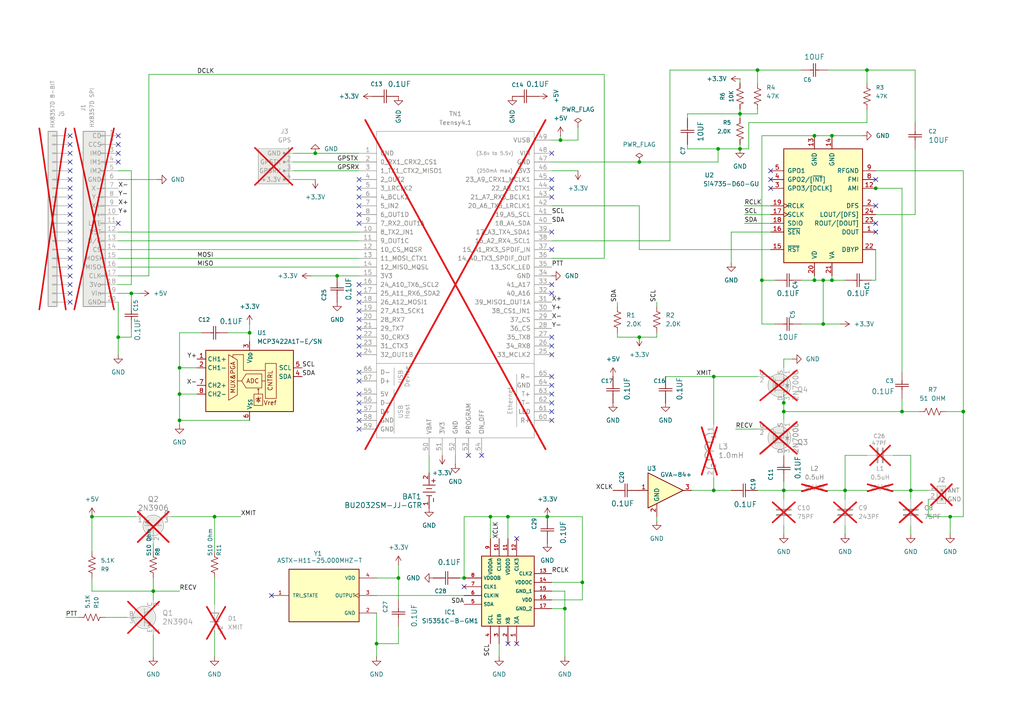
<source format=kicad_sch>
(kicad_sch (version 20231120) (generator "eeschema") (generator_version "8.0")
  (paper "A4")
  (title_block (title "Pocket FT8 Transceiver") (date "2024-07-31") (rev "2.0") (company "KQ7B") (comment 1 "Original design by Charles Hill, Ricardo Caritti, Karlis Goba, Lars Petersen, et al") (comment 2 "https://github.com/conr2286/PocketFT8Xcvr.git"))
  (junction (at 147.32 149.86))
  (junction (at 279.4 119.38))
  (junction (at 227.33 142.24))
  (junction (at 227.33 116.84))
  (junction (at 72.39 96.52))
  (junction (at 115.57 167.64))
  (junction (at 52.07 114.3))
  (junction (at 26.67 149.86))
  (junction (at 207.01 142.24))
  (junction (at 236.22 81.28))
  (junction (at 227.33 119.38))
  (junction (at 185.42 46.99))
  (junction (at 91.44 44.45))
  (junction (at 264.16 142.24))
  (junction (at 109.22 186.69))
  (junction (at 251.46 20.32))
  (junction (at 214.63 43.18))
  (junction (at 62.23 149.86))
  (junction (at 158.75 149.86))
  (junction (at 261.62 119.38))
  (junction (at 97.79 80.01))
  (junction (at 238.76 93.98))
  (junction (at 254 54.61))
  (junction (at 219.71 20.32))
  (junction (at 52.07 106.68))
  (junction (at 220.98 81.28))
  (junction (at 34.29 97.79))
  (junction (at 245.11 142.24))
  (junction (at 44.45 171.45))
  (junction (at 163.83 176.53))
  (junction (at 238.76 81.28))
  (junction (at 185.42 97.79))
  (junction (at 168.91 168.91))
  (junction (at 52.07 121.92))
  (junction (at 214.63 33.02))
  (junction (at 207.01 109.22))
  (junction (at 208.28 43.18))
  (junction (at 241.3 39.37))
  (junction (at 162.56 40.64))
  (junction (at 275.59 149.86))
  (junction (at 142.24 149.86))
  (junction (at 38.1 85.09))
  (junction (at 241.3 81.28))
  (junction (at 236.22 39.37))
  (junction (at 134.62 167.64))
  (no_connect (at 104.14 87.63))
  (no_connect (at 104.14 57.15))
  (no_connect (at 104.14 62.23))
  (no_connect (at 160.02 52.07))
  (no_connect (at 160.02 97.79))
  (no_connect (at 160.02 54.61))
  (no_connect (at 104.14 85.09))
  (no_connect (at 104.14 54.61))
  (no_connect (at 223.52 54.61))
  (no_connect (at 104.14 100.33))
  (no_connect (at 160.02 67.31))
  (no_connect (at 104.14 92.71))
  (no_connect (at 254 52.07))
  (no_connect (at 160.02 116.84))
  (no_connect (at 160.02 100.33))
  (no_connect (at 20.32 41.91))
  (no_connect (at 20.32 62.23))
  (no_connect (at 34.29 64.77))
  (no_connect (at 20.32 85.09))
  (no_connect (at 139.7 132.08))
  (no_connect (at 104.14 95.25))
  (no_connect (at 254 59.69))
  (no_connect (at 160.02 114.3))
  (no_connect (at 20.32 72.39))
  (no_connect (at 104.14 114.3))
  (no_connect (at 20.32 59.69))
  (no_connect (at 104.14 107.95))
  (no_connect (at 104.14 124.46))
  (no_connect (at 104.14 116.84))
  (no_connect (at 160.02 82.55))
  (no_connect (at 20.32 44.45))
  (no_connect (at 34.29 39.37))
  (no_connect (at 104.14 110.49))
  (no_connect (at 160.02 44.45))
  (no_connect (at 78.74 172.72))
  (no_connect (at 20.32 64.77))
  (no_connect (at 34.29 46.99))
  (no_connect (at 20.32 74.93))
  (no_connect (at 20.32 57.15))
  (no_connect (at 160.02 121.92))
  (no_connect (at 20.32 46.99))
  (no_connect (at 147.32 186.69))
  (no_connect (at 104.14 102.87))
  (no_connect (at 20.32 67.31))
  (no_connect (at 104.14 59.69))
  (no_connect (at 20.32 39.37))
  (no_connect (at 254 67.31))
  (no_connect (at 223.52 52.07))
  (no_connect (at 104.14 64.77))
  (no_connect (at 160.02 119.38))
  (no_connect (at 149.86 186.69))
  (no_connect (at 104.14 90.17))
  (no_connect (at 149.86 156.21))
  (no_connect (at 104.14 52.07))
  (no_connect (at 20.32 69.85))
  (no_connect (at 20.32 77.47))
  (no_connect (at 34.29 41.91))
  (no_connect (at 160.02 102.87))
  (no_connect (at 160.02 85.09))
  (no_connect (at 160.02 57.15))
  (no_connect (at 20.32 87.63))
  (no_connect (at 20.32 54.61))
  (no_connect (at 254 64.77))
  (no_connect (at 160.02 111.76))
  (no_connect (at 20.32 49.53))
  (no_connect (at 20.32 52.07))
  (no_connect (at 20.32 80.01))
  (no_connect (at 104.14 82.55))
  (no_connect (at 104.14 97.79))
  (no_connect (at 160.02 72.39))
  (no_connect (at 134.62 170.18))
  (no_connect (at 135.89 132.08))
  (no_connect (at 104.14 121.92))
  (no_connect (at 104.14 119.38))
  (no_connect (at 34.29 44.45))
  (no_connect (at 160.02 109.22))
  (no_connect (at 223.52 49.53))
  (no_connect (at 20.32 82.55))
  (wire (pts (xy 185.42 72.39) (xy 223.52 72.39)))
  (wire (pts (xy 163.83 176.53) (xy 160.02 176.53)))
  (wire (pts (xy 175.26 74.93) (xy 175.26 21.59)))
  (wire (pts (xy 212.09 67.31) (xy 212.09 76.2)))
  (wire (pts (xy 91.44 44.45) (xy 104.14 44.45)))
  (wire (pts (xy 34.29 67.31) (xy 104.14 67.31)))
  (wire (pts (xy 190.5 87.63) (xy 190.5 88.9)))
  (wire (pts (xy 251.46 31.75) (xy 251.46 35.56)))
  (wire (pts (xy 215.9 59.69) (xy 223.52 59.69)))
  (wire (pts (xy 207.01 138.43) (xy 207.01 142.24)))
  (wire (pts (xy 227.33 119.38) (xy 261.62 119.38)))
  (wire (pts (xy 250.19 39.37) (xy 241.3 39.37)))
  (wire (pts (xy 160.02 49.53) (xy 167.64 49.53)))
  (wire (pts (xy 275.59 149.86) (xy 279.4 149.86)))
  (wire (pts (xy 199.39 43.18) (xy 199.39 41.91)))
  (wire (pts (xy 160.02 74.93) (xy 175.26 74.93)))
  (wire (pts (xy 62.23 167.64) (xy 62.23 175.26)))
  (wire (pts (xy 241.3 81.28) (xy 241.3 80.01)))
  (wire (pts (xy 115.57 186.69) (xy 115.57 181.61)))
  (wire (pts (xy 133.35 167.64) (xy 134.62 167.64)))
  (wire (pts (xy 254 81.28) (xy 252.73 81.28)))
  (wire (pts (xy 261.62 54.61) (xy 261.62 107.95)))
  (wire (pts (xy 160.02 168.91) (xy 168.91 168.91)))
  (wire (pts (xy 207.01 109.22) (xy 207.01 123.19)))
  (wire (pts (xy 214.63 33.02) (xy 214.63 34.29)))
  (wire (pts (xy 232.41 93.98) (xy 238.76 93.98)))
  (wire (pts (xy 261.62 119.38) (xy 266.7 119.38)))
  (wire (pts (xy 219.71 20.32) (xy 232.41 20.32)))
  (wire (pts (xy 62.23 149.86) (xy 69.85 149.86)))
  (wire (pts (xy 227.33 104.14) (xy 227.33 106.68)))
  (wire (pts (xy 34.29 97.79) (xy 38.1 97.79)))
  (wire (pts (xy 175.26 21.59) (xy 43.18 21.59)))
  (wire (pts (xy 254 54.61) (xy 261.62 54.61)))
  (wire (pts (xy 185.42 97.79) (xy 190.5 97.79)))
  (wire (pts (xy 134.62 167.64) (xy 134.62 149.86)))
  (wire (pts (xy 34.29 49.53) (xy 38.1 49.53)))
  (wire (pts (xy 85.09 46.99) (xy 104.14 46.99)))
  (wire (pts (xy 58.42 96.52) (xy 52.07 96.52)))
  (wire (pts (xy 215.9 64.77) (xy 223.52 64.77)))
  (wire (pts (xy 185.42 59.69) (xy 185.42 72.39)))
  (wire (pts (xy 259.08 142.24) (xy 264.16 142.24)))
  (wire (pts (xy 240.03 20.32) (xy 251.46 20.32)))
  (wire (pts (xy 227.33 116.84) (xy 227.33 119.38)))
  (wire (pts (xy 261.62 115.57) (xy 261.62 119.38)))
  (wire (pts (xy 259.08 132.08) (xy 264.16 132.08)))
  (wire (pts (xy 238.76 81.28) (xy 236.22 81.28)))
  (wire (pts (xy 269.24 144.78) (xy 269.24 149.86)))
  (wire (pts (xy 45.72 52.07) (xy 34.29 52.07)))
  (wire (pts (xy 160.02 40.64) (xy 162.56 40.64)))
  (wire (pts (xy 85.09 49.53) (xy 104.14 49.53)))
  (wire (pts (xy 264.16 144.78) (xy 264.16 142.24)))
  (wire (pts (xy 214.63 33.02) (xy 219.71 33.02)))
  (wire (pts (xy 52.07 96.52) (xy 52.07 106.68)))
  (wire (pts (xy 220.98 39.37) (xy 220.98 81.28)))
  (wire (pts (xy 43.18 21.59) (xy 43.18 80.01)))
  (wire (pts (xy 185.42 46.99) (xy 208.28 46.99)))
  (wire (pts (xy 241.3 81.28) (xy 238.76 81.28)))
  (wire (pts (xy 217.17 43.18) (xy 214.63 43.18)))
  (wire (pts (xy 245.11 154.94) (xy 245.11 152.4)))
  (wire (pts (xy 162.56 39.37) (xy 162.56 40.64)))
  (wire (pts (xy 52.07 121.92) (xy 72.39 121.92)))
  (wire (pts (xy 160.02 46.99) (xy 185.42 46.99)))
  (wire (pts (xy 214.63 43.18) (xy 208.28 43.18)))
  (wire (pts (xy 85.09 52.07) (xy 91.44 52.07)))
  (wire (pts (xy 207.01 142.24) (xy 212.09 142.24)))
  (wire (pts (xy 279.4 49.53) (xy 279.4 119.38)))
  (wire (pts (xy 264.16 142.24) (xy 269.24 142.24)))
  (wire (pts (xy 190.5 96.52) (xy 190.5 97.79)))
  (wire (pts (xy 251.46 54.61) (xy 254 54.61)))
  (wire (pts (xy 168.91 173.99) (xy 168.91 168.91)))
  (wire (pts (xy 44.45 190.5) (xy 44.45 184.15)))
  (wire (pts (xy 38.1 97.79) (xy 38.1 95.25)))
  (wire (pts (xy 199.39 33.02) (xy 214.63 33.02)))
  (wire (pts (xy 240.03 142.24) (xy 245.11 142.24)))
  (wire (pts (xy 109.22 177.8) (xy 109.22 186.69)))
  (wire (pts (xy 147.32 149.86) (xy 158.75 149.86)))
  (wire (pts (xy 34.29 77.47) (xy 104.14 77.47)))
  (wire (pts (xy 251.46 20.32) (xy 265.43 20.32)))
  (wire (pts (xy 238.76 93.98) (xy 243.84 93.98)))
  (wire (pts (xy 163.83 176.53) (xy 163.83 190.5)))
  (wire (pts (xy 115.57 173.99) (xy 115.57 167.64)))
  (wire (pts (xy 269.24 149.86) (xy 275.59 149.86)))
  (wire (pts (xy 160.02 69.85) (xy 194.31 69.85)))
  (wire (pts (xy 115.57 167.64) (xy 109.22 167.64)))
  (wire (pts (xy 160.02 173.99) (xy 168.91 173.99)))
  (wire (pts (xy 254 72.39) (xy 254 81.28)))
  (wire (pts (xy 245.11 142.24) (xy 251.46 142.24)))
  (wire (pts (xy 134.62 149.86) (xy 142.24 149.86)))
  (wire (pts (xy 44.45 167.64) (xy 44.45 171.45)))
  (wire (pts (xy 26.67 167.64) (xy 26.67 171.45)))
  (wire (pts (xy 245.11 81.28) (xy 241.3 81.28)))
  (wire (pts (xy 193.04 109.22) (xy 207.01 109.22)))
  (wire (pts (xy 220.98 81.28) (xy 224.79 81.28)))
  (wire (pts (xy 49.53 149.86) (xy 62.23 149.86)))
  (wire (pts (xy 144.78 186.69) (xy 144.78 190.5)))
  (wire (pts (xy 26.67 171.45) (xy 44.45 171.45)))
  (wire (pts (xy 274.32 119.38) (xy 279.4 119.38)))
  (wire (pts (xy 213.36 124.46) (xy 219.71 124.46)))
  (wire (pts (xy 254 49.53) (xy 279.4 49.53)))
  (wire (pts (xy 163.83 171.45) (xy 163.83 176.53)))
  (wire (pts (xy 227.33 142.24) (xy 227.33 144.78)))
  (wire (pts (xy 19.05 179.07) (xy 22.86 179.07)))
  (wire (pts (xy 57.15 106.68) (xy 52.07 106.68)))
  (wire (pts (xy 72.39 96.52) (xy 72.39 93.98)))
  (wire (pts (xy 214.63 31.75) (xy 214.63 33.02)))
  (wire (pts (xy 34.29 85.09) (xy 38.1 85.09)))
  (wire (pts (xy 264.16 154.94) (xy 264.16 152.4)))
  (wire (pts (xy 214.63 41.91) (xy 214.63 43.18)))
  (wire (pts (xy 34.29 102.87) (xy 34.29 97.79)))
  (wire (pts (xy 200.66 142.24) (xy 207.01 142.24)))
  (wire (pts (xy 207.01 109.22) (xy 219.71 109.22)))
  (wire (pts (xy 109.22 172.72) (xy 134.62 172.72)))
  (wire (pts (xy 275.59 154.94) (xy 275.59 149.86)))
  (wire (pts (xy 217.17 35.56) (xy 217.17 43.18)))
  (wire (pts (xy 227.33 154.94) (xy 227.33 152.4)))
  (wire (pts (xy 215.9 62.23) (xy 223.52 62.23)))
  (wire (pts (xy 224.79 93.98) (xy 220.98 93.98)))
  (wire (pts (xy 223.52 67.31) (xy 212.09 67.31)))
  (wire (pts (xy 26.67 149.86) (xy 26.67 160.02)))
  (wire (pts (xy 109.22 186.69) (xy 109.22 190.5)))
  (wire (pts (xy 227.33 142.24) (xy 232.41 142.24)))
  (wire (pts (xy 190.5 149.86) (xy 190.5 151.13)))
  (wire (pts (xy 220.98 81.28) (xy 220.98 93.98)))
  (wire (pts (xy 160.02 171.45) (xy 163.83 171.45)))
  (wire (pts (xy 199.39 33.02) (xy 199.39 34.29)))
  (wire (pts (xy 142.24 149.86) (xy 142.24 156.21)))
  (wire (pts (xy 40.64 85.09) (xy 38.1 85.09)))
  (wire (pts (xy 38.1 49.53) (xy 38.1 82.55)))
  (wire (pts (xy 34.29 69.85) (xy 104.14 69.85)))
  (wire (pts (xy 214.63 22.86) (xy 214.63 24.13)))
  (wire (pts (xy 52.07 114.3) (xy 57.15 114.3)))
  (wire (pts (xy 162.56 40.64) (xy 167.64 40.64)))
  (wire (pts (xy 44.45 157.48) (xy 44.45 160.02)))
  (wire (pts (xy 219.71 142.24) (xy 227.33 142.24)))
  (wire (pts (xy 52.07 106.68) (xy 52.07 114.3)))
  (wire (pts (xy 232.41 81.28) (xy 236.22 81.28)))
  (wire (pts (xy 219.71 24.13) (xy 219.71 20.32)))
  (wire (pts (xy 52.07 114.3) (xy 52.07 121.92)))
  (wire (pts (xy 264.16 132.08) (xy 264.16 142.24)))
  (wire (pts (xy 227.33 119.38) (xy 227.33 121.92)))
  (wire (pts (xy 90.17 80.01) (xy 97.79 80.01)))
  (wire (pts (xy 168.91 149.86) (xy 158.75 149.86)))
  (wire (pts (xy 72.39 99.06) (xy 72.39 96.52)))
  (wire (pts (xy 52.07 123.19) (xy 52.07 121.92)))
  (wire (pts (xy 265.43 20.32) (xy 265.43 35.56)))
  (wire (pts (xy 115.57 163.83) (xy 115.57 167.64)))
  (wire (pts (xy 245.11 132.08) (xy 251.46 132.08)))
  (wire (pts (xy 241.3 39.37) (xy 236.22 39.37)))
  (wire (pts (xy 220.98 39.37) (xy 236.22 39.37)))
  (wire (pts (xy 236.22 81.28) (xy 236.22 80.01)))
  (wire (pts (xy 26.67 149.86) (xy 39.37 149.86)))
  (wire (pts (xy 97.79 80.01) (xy 104.14 80.01)))
  (wire (pts (xy 44.45 171.45) (xy 52.07 171.45)))
  (wire (pts (xy 109.22 186.69) (xy 115.57 186.69)))
  (wire (pts (xy 208.28 43.18) (xy 199.39 43.18)))
  (wire (pts (xy 194.31 69.85) (xy 194.31 20.32)))
  (wire (pts (xy 30.48 179.07) (xy 36.83 179.07)))
  (wire (pts (xy 147.32 149.86) (xy 147.32 156.21)))
  (wire (pts (xy 227.33 114.3) (xy 227.33 116.84)))
  (wire (pts (xy 44.45 171.45) (xy 44.45 173.99)))
  (wire (pts (xy 38.1 85.09) (xy 38.1 87.63)))
  (wire (pts (xy 124.46 137.16) (xy 124.46 132.08)))
  (wire (pts (xy 245.11 144.78) (xy 245.11 142.24)))
  (wire (pts (xy 167.64 40.64) (xy 167.64 36.83)))
  (wire (pts (xy 251.46 35.56) (xy 217.17 35.56)))
  (wire (pts (xy 179.07 97.79) (xy 185.42 97.79)))
  (wire (pts (xy 132.08 134.62) (xy 132.08 132.08)))
  (wire (pts (xy 179.07 97.79) (xy 179.07 96.52)))
  (wire (pts (xy 160.02 59.69) (xy 185.42 59.69)))
  (wire (pts (xy 179.07 87.63) (xy 179.07 88.9)))
  (wire (pts (xy 34.29 74.93) (xy 104.14 74.93)))
  (wire (pts (xy 142.24 149.86) (xy 147.32 149.86)))
  (wire (pts (xy 254 62.23) (xy 265.43 62.23)))
  (wire (pts (xy 62.23 149.86) (xy 62.23 160.02)))
  (wire (pts (xy 34.29 72.39) (xy 104.14 72.39)))
  (wire (pts (xy 34.29 80.01) (xy 43.18 80.01)))
  (wire (pts (xy 279.4 119.38) (xy 279.4 149.86)))
  (wire (pts (xy 194.31 20.32) (xy 219.71 20.32)))
  (wire (pts (xy 227.33 139.7) (xy 227.33 142.24)))
  (wire (pts (xy 208.28 43.18) (xy 208.28 46.99)))
  (wire (pts (xy 219.71 31.75) (xy 219.71 33.02)))
  (wire (pts (xy 85.09 44.45) (xy 91.44 44.45)))
  (wire (pts (xy 265.43 43.18) (xy 265.43 62.23)))
  (wire (pts (xy 229.87 104.14) (xy 227.33 104.14)))
  (wire (pts (xy 66.04 96.52) (xy 72.39 96.52)))
  (wire (pts (xy 251.46 20.32) (xy 251.46 24.13)))
  (wire (pts (xy 34.29 82.55) (xy 38.1 82.55)))
  (wire (pts (xy 238.76 81.28) (xy 238.76 93.98)))
  (wire (pts (xy 34.29 97.79) (xy 34.29 87.63)))
  (wire (pts (xy 62.23 190.5) (xy 62.23 182.88)))
  (wire (pts (xy 168.91 149.86) (xy 168.91 168.91)))
  (wire (pts (xy 245.11 142.24) (xy 245.11 132.08)))
  (label "Y-" (at 34.29 57.15 0))
  (label "Y+" (at 160.02 90.17 0))
  (label "RECV" (at 52.07 171.45 0))
  (label "MOSI" (at 57.15 74.93 0))
  (label "SDA" (at 87.63 109.22 0))
  (label "PTT" (at 19.05 179.07 0))
  (label "X+" (at 34.29 59.69 0))
  (label "X-" (at 34.29 54.61 0))
  (label "SCL" (at 190.5 87.63 90))
  (label "SDA" (at 179.07 87.63 90))
  (label "XCLK" (at 144.78 156.21 90))
  (label "SDA" (at 160.02 64.77 0))
  (label "X-" (at 57.15 111.76 180))
  (label "MISO" (at 57.15 77.47 0))
  (label "XCLK" (at 177.8 142.24 180))
  (label "RCLK" (at 215.9 59.69 0))
  (label "GPSTX" (at 97.79 46.99 0))
  (label "DCLK" (at 57.15 21.59 0))
  (label "SCL" (at 215.9 62.23 0))
  (label "Y-" (at 160.02 95.25 0))
  (label "X+" (at 160.02 87.63 0))
  (label "Y+" (at 34.29 62.23 0))
  (label "RCLK" (at 160.02 166.37 0))
  (label "Y+" (at 57.15 104.14 180))
  (label "XMIT" (at 69.85 149.86 0))
  (label "RECV" (at 213.36 124.46 0))
  (label "SCL" (at 142.24 186.69 270))
  (label "XMIT" (at 201.93 109.22 0))
  (label "SDA" (at 134.62 175.26 180))
  (label "SDA" (at 215.9 64.77 0))
  (label "SCL" (at 87.63 106.68 0))
  (label "SCL" (at 160.02 62.23 0))
  (label "GPSRX" (at 97.79 49.53 0))
  (label "PTT" (at 160.02 77.47 0))
  (label "X-" (at 160.02 92.71 0))
  (symbol (lib_id "Kemet2024-08-02_22-05-35:C0603C104K4RACTU") (at 97.79 80.01 90) (mirror x) (unit 1)
    (property "Reference" "C25" (at 93.98 83.82 0) (effects (font (size 1.143 1.143)) (justify left)))
    (property "Value" "0.1UF" (at 101.092 83.82 0) (effects (font (size 1.524 1.524))))
    (property "Footprint" "Capacitor_SMD:C_0603_1608Metric" (effects (hide yes)))
    (property "Datasheet" "C0603C104K4RACTU" (effects (hide yes)))
    (property "Description" "CAP CER 0.1UF 16V X7R 0603" (effects (hide yes)))
    (property "Field5" "CAP-08604" (effects (hide yes)))
    (property "PROD_ID" "CAP-00810" (effects (hide yes)))
    (property "Voltage" "16V" (effects (hide yes)))
    (property "Tolerance" "10%" (effects (hide yes)))
    (property "Manufacturer" "Kemet" (effects (hide yes)))
    (property "Mfg Part #" "C0603C104K4RAC7867" (effects (hide yes)))
    (property "Notes" "Substitutions OK" (effects (hide yes)))
    (property "Type" "SMD" (effects (hide yes)))
  )
  (symbol (lib_id "power:+3.3V") (at 243.84 93.98 270) (unit 1)
    (property "Reference" "#PWR07" (effects (hide yes)))
    (property "Value" "+3.3V" (at 247.65 93.98 90) (effects (justify left)))
    (property "Description" "Power symbol creates a global label with name \"+3.3V\"" (effects (hide yes)))
  )
  (symbol (lib_id "Kemet2024-08-02_22-05-35:C0603C104K4RACTU") (at 115.57 181.61 90) (unit 1)
    (property "Reference" "C27" (at 111.76 177.8 0) (effects (font (size 1.143 1.143)) (justify left)))
    (property "Value" "0.1UF" (at 120.142 178.562 0) (effects (font (size 1.524 1.524))))
    (property "Footprint" "Capacitor_SMD:C_0603_1608Metric" (effects (hide yes)))
    (property "Datasheet" "C0603C104K4RACTU" (effects (hide yes)))
    (property "Description" "CAP CER 0.1UF 16V X7R 0603" (effects (hide yes)))
    (property "Field5" "CAP-08604" (effects (hide yes)))
    (property "PROD_ID" "CAP-00810" (effects (hide yes)))
    (property "Voltage" "16V" (effects (hide yes)))
    (property "Tolerance" "10%" (effects (hide yes)))
    (property "Manufacturer" "Kemet" (effects (hide yes)))
    (property "Mfg Part #" "C0603C104K4RAC7867" (effects (hide yes)))
    (property "Notes" "Substitutions OK" (effects (hide yes)))
    (property "Type" "SMD" (effects (hide yes)))
  )
  (symbol (lib_id "power:GND") (at 109.22 190.5 0) (unit 1)
    (property "Reference" "#PWR037" (effects (hide yes)))
    (property "Value" "GND" (at 109.22 195.58 0))
    (property "Description" "Power symbol creates a global label with name \"GND\" , ground" (effects (hide yes)))
  )
  (symbol (lib_id "power:GND") (at 97.79 87.63 0) (unit 1)
    (property "Reference" "#PWR027" (effects (hide yes)))
    (property "Value" "GND" (at 97.79 92.71 0))
    (property "Description" "Power symbol creates a global label with name \"GND\" , ground" (effects (hide yes)))
  )
  (symbol (lib_id "power:GND") (at 160.02 80.01 90) (unit 1)
    (property "Reference" "#PWR09" (effects (hide yes)))
    (property "Value" "GND" (at 163.83 80.01 90) (effects (justify right)))
    (property "Description" "Power symbol creates a global label with name \"GND\" , ground" (effects (hide yes)))
  )
  (symbol (lib_id "SparkFun-Resistor:2.0k_0603") (at 214.63 38.1 90) (mirror x) (unit 1)
    (property "Reference" "R5" (at 212.09 35.56 90) (effects (font (size 1.143 1.143)) (justify left)))
    (property "Value" "2.0K" (at 212.09 38.1 90) (effects (font (size 1.143 1.143)) (justify left)))
    (property "Footprint" "Resistor_SMD:R_0603_1608Metric" (effects (hide yes)))
    (property "Datasheet" "https://www.vishay.com/docs/20035/dcrcwe3.pdf" (effects (hide yes)))
    (property "Description" "RES 2K OHM 5% 1/10W 0603" (effects (hide yes)))
    (property "PROD_ID" "RES-08296" (effects (hide yes)))
    (property "Manufacturer" "Yageo" (effects (hide yes)))
    (property "Mfg Part #" "RC0603JR-072KL" (effects (hide yes)))
    (property "Notes" "Substitutions OK" (effects (hide yes)))
    (property "Type" "SMD" (effects (hide yes)))
  )
  (symbol (lib_id "SparkFun-Resistor:5.1k_0603") (at 26.67 163.83 270) (unit 1)
    (property "Reference" "R9" (at 29.21 165.1 90) (effects (font (size 1.143 1.143)) (justify left)))
    (property "Value" "5.1K" (at 29.21 162.56 90) (effects (font (size 1.143 1.143)) (justify left)))
    (property "Footprint" "Resistor_SMD:R_0603_1608Metric" (effects (hide yes)))
    (property "Description" "RES 5.1K OHM 5% 1/10W 0603" (effects (hide yes)))
    (property "Manufacturer" "Yageo" (effects (hide yes)))
    (property "Mfg Part #" "RC0603JR-075K1L" (effects (hide yes)))
    (property "Notes" "Substitutions OK" (effects (hide yes)))
    (property "Type" "SMD" (effects (hide yes)))
  )
  (symbol (lib_id "2024-08-05_00-31-14:BU2032SM-JJ-GTR") (at 124.46 137.16 270) (unit 1)
    (property "Reference" "BAT1" (at 116.586 144.018 90) (effects (font (size 1.524 1.524)) (justify left)))
    (property "Value" "BU2032SM-JJ-GTR" (at 99.822 146.558 90) (effects (font (size 1.524 1.524)) (justify left)))
    (property "Footprint" "BU2032SM-JJ-GTR_MPD" (effects (hide yes)))
    (property "Datasheet" "BU2032SM-JJ-GTR" (effects (hide yes)))
    (property "Description" "BATT HOLDER COIN 20MM 1 CELL SMD" (effects (hide yes)))
    (property "Mfg Part #" "BU2032SM-JJ-GTR" (effects (hide yes)))
    (property "Category" "Battery Products" (effects (hide yes)))
    (property "Family" "Battery Holders, Clips, Contacts" (effects (hide yes)))
    (property "Manufacturer" "MPD (Memory Protection Devices)" (effects (hide yes)))
    (property "Status" "Active" (effects (hide yes)))
    (property "Description_1" "BATTERY HOLDER COIN 20MM PC PIN" (effects (hide yes)))
    (property "Type" "SMD" (effects (hide yes)))
    (property "Notes" "Must mount topside" (effects (hide yes)))
  )
  (symbol (lib_id "power:GND") (at 190.5 151.13 0) (unit 1)
    (property "Reference" "#PWR028" (effects (hide yes)))
    (property "Value" "GND" (at 190.5 156.21 0))
    (property "Description" "Power symbol creates a global label with name \"GND\" , ground" (effects (hide yes)))
  )
  (symbol (lib_id "power:GND") (at 44.45 190.5 0) (unit 1)
    (property "Reference" "#PWR030" (effects (hide yes)))
    (property "Value" "GND" (at 44.45 195.58 0))
    (property "Description" "Power symbol creates a global label with name \"GND\" , ground" (effects (hide yes)))
  )
  (symbol (lib_id "dk_Transistors-FETs-MOSFETs-Single:2N7000") (at 227.33 127 0) (mirror x) (unit 1) (in_bom no) (dnp yes)
    (property "Reference" "Q3" (at 231.14 128.27 0) (effects (font (size 1.524 1.524)) (justify left)))
    (property "Value" "2N7000" (at 230.7844 127 90) (effects (font (size 1.524 1.524))))
    (property "Footprint" "digikey-footprints:TO-92-3" (effects (hide yes)))
    (property "Datasheet" "https://www.onsemi.com/pub/Collateral/NDS7002A-D.PDF" (effects (hide yes)))
    (property "Description" "MOSFET N-CH 60V 200MA TO-92" (effects (hide yes)))
    (property "Digi-Key_PN" "2N7000FS-ND" (effects (hide yes)))
    (property "Mfg Part #" "2N7000" (effects (hide yes)))
    (property "Category" "Discrete Semiconductor Products" (effects (hide yes)))
    (property "Family" "Transistors - FETs, MOSFETs - Single" (effects (hide yes)))
    (property "DK_Datasheet_Link" "https://www.onsemi.com/pub/Collateral/NDS7002A-D.PDF" (effects (hide yes)))
    (property "DK_Detail_Page" "/product-detail/en/on-semiconductor/2N7000/2N7000FS-ND/244278" (effects (hide yes)))
    (property "Description_1" "MOSFET N-CH 60V 200MA TO-92" (effects (hide yes)))
    (property "Manufacturer" "ON Semiconductor" (effects (hide yes)))
    (property "MPN" "2N7000" (effects (hide yes)))
    (property "Status" "Active" (effects (hide yes)))
    (property "Type" "THT" (effects (hide yes)))
  )
  (symbol (lib_id "Kemet2024-08-02_22-05-35:C0603C104K4RACTU") (at 212.09 142.24 0) (unit 1)
    (property "Reference" "C19" (at 218.44 142.24 90) (effects (font (size 1.143 1.143)) (justify left)))
    (property "Value" "0.1UF" (at 216.154 146.304 0) (effects (font (size 1.524 1.524))))
    (property "Footprint" "Capacitor_SMD:C_0603_1608Metric" (effects (hide yes)))
    (property "Datasheet" "C0603C104K4RACTU" (effects (hide yes)))
    (property "Description" "CAP CER 0.1UF 16V X7R 0603" (effects (hide yes)))
    (property "Field5" "CAP-07885" (effects (hide yes)))
    (property "PROD_ID" "CAP-00810" (effects (hide yes)))
    (property "Voltage" "16V" (effects (hide yes)))
    (property "Tolerance" "10%" (effects (hide yes)))
    (property "Manufacturer" "Kemet" (effects (hide yes)))
    (property "Mfg Part #" "C0603C104K4RAC7867" (effects (hide yes)))
    (property "Notes" "Substitutions OK" (effects (hide yes)))
    (property "Type" "SMD" (effects (hide yes)))
  )
  (symbol (lib_id "Kemet2024-08-02_22-05-35:C0603C104K4RACTU") (at 38.1 95.25 90) (unit 1)
    (property "Reference" "C15" (at 39.37 90.424 0) (effects (font (size 1.143 1.143)) (justify left)))
    (property "Value" "0.1UF" (at 39.878 95.504 0) (effects (font (size 1.524 1.524))))
    (property "Footprint" "Capacitor_SMD:C_0603_1608Metric" (effects (hide yes)))
    (property "Datasheet" "C0603C104K4RACTU" (effects (hide yes)))
    (property "Description" "CAP CER 0.1UF 16V X7R 0603" (effects (hide yes)))
    (property "Field5" "CAP-07886" (effects (hide yes)))
    (property "PROD_ID" "CAP-00810" (effects (hide yes)))
    (property "Voltage" "16V" (effects (hide yes)))
    (property "Tolerance" "10%" (effects (hide yes)))
    (property "Manufacturer" "Kemet" (effects (hide yes)))
    (property "Mfg Part #" "C0603C104K4RAC7867" (effects (hide yes)))
    (property "Notes" "Substitutions OK" (effects (hide yes)))
    (property "Type" "SMD" (effects (hide yes)))
  )
  (symbol (lib_id "power:+3.3V") (at 91.44 52.07 180) (unit 1)
    (property "Reference" "#PWR033" (effects (hide yes)))
    (property "Value" "+3.3V" (at 91.44 57.15 0))
    (property "Description" "Power symbol creates a global label with name \"+3.3V\"" (effects (hide yes)))
  )
  (symbol (lib_id "Kemet2024-08-02_22-05-35:C0603C104K4RACTU") (at 133.35 167.64 180) (unit 1)
    (property "Reference" "C28" (at 129.54 171.45 0) (effects (font (size 1.143 1.143)) (justify left)))
    (property "Value" "0.1UF" (at 130.302 163.068 0) (effects (font (size 1.524 1.524))))
    (property "Footprint" "Capacitor_SMD:C_0603_1608Metric" (effects (hide yes)))
    (property "Datasheet" "C0603C104K4RACTU" (effects (hide yes)))
    (property "Description" "CAP CER 0.1UF 16V X7R 0603" (effects (hide yes)))
    (property "Field5" "CAP-08604" (effects (hide yes)))
    (property "PROD_ID" "CAP-00810" (effects (hide yes)))
    (property "Voltage" "16V" (effects (hide yes)))
    (property "Tolerance" "10%" (effects (hide yes)))
    (property "Manufacturer" "Kemet" (effects (hide yes)))
    (property "Mfg Part #" "C0603C104K4RAC7867" (effects (hide yes)))
    (property "Notes" "Substitutions OK" (effects (hide yes)))
    (property "Type" "SMD" (effects (hide yes)))
  )
  (symbol (lib_id "power:GND") (at 34.29 102.87 0) (unit 1)
    (property "Reference" "#PWR01" (effects (hide yes)))
    (property "Value" "GND" (at 34.29 107.95 0))
    (property "Description" "Power symbol creates a global label with name \"GND\" , ground" (effects (hide yes)))
  )
  (symbol (lib_id "power:GND") (at 177.8 116.84 0) (unit 1)
    (property "Reference" "#PWR035" (effects (hide yes)))
    (property "Value" "GND" (at 177.8 121.92 0))
    (property "Description" "Power symbol creates a global label with name \"GND\" , ground" (effects (hide yes)))
  )
  (symbol (lib_id "power:+3.3V") (at 72.39 93.98 0) (unit 1)
    (property "Reference" "#PWR011" (effects (hide yes)))
    (property "Value" "+3.3V" (at 72.39 88.9 0))
    (property "Description" "Power symbol creates a global label with name \"+3.3V\"" (effects (hide yes)))
  )
  (symbol (lib_name "C_1") (lib_id "Device:C") (at 264.16 148.59 0) (unit 1) (in_bom no) (dnp yes)
    (property "Reference" "C8" (at 267.97 147.32 0) (effects (justify left)))
    (property "Value" "75PF" (at 267.97 149.86 0) (effects (justify left)))
    (property "Footprint" "Capacitor_SMD:C_0805_2012Metric" (effects (hide yes)))
    (property "Description" "Unpolarized capacitor" (effects (hide yes)))
  )
  (symbol (lib_name "2N7000_1") (lib_id "dk_Transistors-FETs-MOSFETs-Single:2N7000") (at 227.33 111.76 0) (mirror x) (unit 1) (in_bom no) (dnp yes)
    (property "Reference" "Q4" (at 231.14 113.03 0) (effects (font (size 1.524 1.524)) (justify left)))
    (property "Value" "2N7000" (at 230.7844 111.76 90) (effects (font (size 1.524 1.524))))
    (property "Footprint" "digikey-footprints:TO-92-3" (effects (hide yes)))
    (property "Datasheet" "https://www.onsemi.com/pub/Collateral/NDS7002A-D.PDF" (effects (hide yes)))
    (property "Description" "MOSFET N-CH 60V 200MA TO-92" (effects (hide yes)))
    (property "Digi-Key_PN" "2N7000FS-ND" (effects (hide yes)))
    (property "MPN" "2N7000" (effects (hide yes)))
    (property "Category" "Discrete Semiconductor Products" (effects (hide yes)))
    (property "Family" "Transistors - FETs, MOSFETs - Single" (effects (hide yes)))
    (property "DK_Datasheet_Link" "https://www.onsemi.com/pub/Collateral/NDS7002A-D.PDF" (effects (hide yes)))
    (property "DK_Detail_Page" "/product-detail/en/on-semiconductor/2N7000/2N7000FS-ND/244278" (effects (hide yes)))
    (property "Description_1" "MOSFET N-CH 60V 200MA TO-92" (effects (hide yes)))
    (property "Manufacturer" "ON Semiconductor" (effects (hide yes)))
    (property "Mfg Part #" "2N7000" (effects (hide yes)))
    (property "Notes" "Substitions OK" (effects (hide yes)))
    (property "Type" "THT" (effects (hide yes)))
  )
  (symbol (lib_id "power:+3.3V") (at 128.27 132.08 180) (unit 1)
    (property "Reference" "#PWR043" (effects (hide yes)))
    (property "Value" "+3.3V" (at 128.27 137.16 0))
    (property "Description" "Power symbol creates a global label with name \"+3.3V\"" (effects (hide yes)))
  )
  (symbol (lib_id "power:+3.3V") (at 185.42 97.79 180) (unit 1)
    (property "Reference" "#PWR06" (effects (hide yes)))
    (property "Value" "+3.3V" (at 185.42 102.87 0))
    (property "Description" "Power symbol creates a global label with name \"+3.3V\"" (effects (hide yes)))
  )
  (symbol (lib_id "Device:R_US") (at 44.45 163.83 0) (unit 1)
    (property "Reference" "R8" (at 45.72 161.29 90) (effects (font (size 1.143 1.143)) (justify left)))
    (property "Value" "510 Ohm" (at 43.18 161.29 90) (effects (font (size 1.143 1.143)) (justify left)))
    (property "Footprint" "Resistor_SMD:R_0603_1608Metric" (effects (hide yes)))
    (property "Description" "RES 510 OHM 5% 1/10W 0603" (effects (hide yes)))
    (property "PROD_ID" "RES-08296" (effects (hide yes)))
    (property "Manufacturer" "Yageo" (effects (hide yes)))
    (property "Mfg Part #" "RC0603JR-07510RL" (effects (hide yes)))
    (property "Notes" "Substitutions OK" (effects (hide yes)))
    (property "Type" "SMD" (effects (hide yes)))
  )
  (symbol (lib_id "power:+5V") (at 156.21 27.94 270) (unit 1)
    (property "Reference" "#PWR024" (effects (hide yes)))
    (property "Value" "+5V" (at 161.29 27.94 0))
    (property "Description" "Power symbol creates a global label with name \"+5V\"" (effects (hide yes)))
  )
  (symbol (lib_id "SparkFun-Capacitor:47pF_0603_50V_5%") (at 255.27 132.08 90) (unit 1) (in_bom no) (dnp yes)
    (property "Reference" "C26" (at 255.016 126.492 90) (effects (font (size 1.143 1.143))))
    (property "Value" "47PF" (at 255.016 128.524 90) (effects (font (size 1.143 1.143))))
    (property "Footprint" "Capacitor_SMD:C_0805_2012Metric" (effects (hide yes)))
    (property "Datasheet" "https://cdn.sparkfun.com/assets/8/a/4/a/5/Kemet_Capacitor_Datasheet.pdf" (effects (hide yes)))
    (property "Description" "Unpolarized capacitor" (effects (hide yes)))
    (property "Field5" "CAP-08913" (effects (hide yes)))
    (property "PROD_ID" "CAP-08913" (effects (hide yes)))
    (property "Voltage" "100v" (effects (hide yes)))
    (property "Tolerance" "1%" (effects (hide yes)))
  )
  (symbol (lib_id "SI5351C-B-GM1:SI5351C-B-GM1") (at 149.86 186.69 270) (mirror x) (unit 1)
    (property "Reference" "IC1" (at 130.556 177.546 90))
    (property "Value" "SI5351C-B-GM1" (at 130.556 180.086 90))
    (property "Footprint" "SI5351C-B-GM1:QFN50P300X300X90-17N-D" (effects (hide yes)))
    (property "Datasheet" "https://www.arrow.com/en/products/si5351c-b-gm1/skyworks-solutions?region=nac" (effects (hide yes)))
    (property "Description" "Clock Generators & Support Products I2C programmable, any-frequency, any-output, reference clock input, 4-output LVCMOS clock generator" (effects (hide yes)))
    (property "Height" "0.9" (effects (hide yes)))
    (property "Mouser Part Number" "634-SI5351C-B-GM1" (effects (hide yes)))
    (property "Mouser Price/Stock" "https://www.mouser.co.uk/ProductDetail/Skyworks-Solutions-Inc/SI5351C-B-GM1?qs=r5DSvlrkXmLdhgVRtlBfMw%3D%3D" (effects (hide yes)))
    (property "Manufacturer" "Skyworks" (effects (hide yes)))
    (property "Manufacturer_Part_Number" "SI5351C-B-GM1" (effects (hide yes)))
  )
  (symbol (lib_id "power:GND") (at 148.59 27.94 0) (unit 1)
    (property "Reference" "#PWR013" (effects (hide yes)))
    (property "Value" "GND" (at 148.59 31.75 90) (effects (justify right)))
    (property "Description" "Power symbol creates a global label with name \"GND\" , ground" (effects (hide yes)))
  )
  (symbol (lib_id "power:GND") (at 264.16 154.94 0) (unit 1)
    (property "Reference" "#PWR019" (effects (hide yes)))
    (property "Value" "GND" (at 264.16 160.02 0))
    (property "Description" "Power symbol creates a global label with name \"GND\" , ground" (effects (hide yes)))
  )
  (symbol (lib_id "power:GND") (at 115.57 27.94 0) (unit 1)
    (property "Reference" "#PWR012" (effects (hide yes)))
    (property "Value" "GND" (at 115.57 31.75 90) (effects (justify right)))
    (property "Description" "Power symbol creates a global label with name \"GND\" , ground" (effects (hide yes)))
  )
  (symbol (lib_id "power:GND") (at 144.78 190.5 0) (unit 1)
    (property "Reference" "#PWR041" (effects (hide yes)))
    (property "Value" "GND" (at 144.78 195.58 0))
    (property "Description" "Power symbol creates a global label with name \"GND\" , ground" (effects (hide yes)))
  )
  (symbol (lib_id "power:GND") (at 229.87 104.14 90) (unit 1)
    (property "Reference" "#PWR023" (effects (hide yes)))
    (property "Value" "GND" (at 233.68 104.14 90) (effects (justify right)))
    (property "Description" "Power symbol creates a global label with name \"GND\" , ground" (effects (hide yes)))
  )
  (symbol (lib_id "power:+3.3V") (at 90.17 80.01 90) (unit 1)
    (property "Reference" "#PWR05" (effects (hide yes)))
    (property "Value" "+3.3V" (at 86.36 80.01 90) (effects (justify left)))
    (property "Description" "Power symbol creates a global label with name \"+3.3V\"" (effects (hide yes)))
  )
  (symbol (lib_id "power:+3.3V") (at 167.64 49.53 180) (unit 1)
    (property "Reference" "#PWR04" (effects (hide yes)))
    (property "Value" "+3.3V" (at 167.64 54.61 0))
    (property "Description" "Power symbol creates a global label with name \"+3.3V\"" (effects (hide yes)))
  )
  (symbol (lib_id "Kemet2024-08-02_22-05-35:C0603C104K4RACTU") (at 107.95 27.94 0) (mirror x) (unit 1)
    (property "Reference" "C13" (at 107.442 24.384 0) (effects (font (size 1.143 1.143)) (justify left)))
    (property "Value" "0.1UF" (at 115.824 24.384 0) (effects (font (size 1.524 1.524))))
    (property "Footprint" "Capacitor_SMD:C_0603_1608Metric" (effects (hide yes)))
    (property "Datasheet" "C0603C104K4RACTU" (effects (hide yes)))
    (property "Description" "CAP CER 0.1UF 16V X7R 0603" (effects (hide yes)))
    (property "Field5" "CAP-07886" (effects (hide yes)))
    (property "PROD_ID" "CAP-00810" (effects (hide yes)))
    (property "Voltage" "16V" (effects (hide yes)))
    (property "Tolerance" "10%" (effects (hide yes)))
    (property "Manufacturer" "Kemet" (effects (hide yes)))
    (property "Mfg Part #" "C0603C104K4RAC7867" (effects (hide yes)))
    (property "Notes" "Substitutions OK" (effects (hide yes)))
    (property "Type" "SMD" (effects (hide yes)))
  )
  (symbol (lib_id "Kemet2024-08-02_22-05-35:C0603C104K4RACTU") (at 245.11 81.28 0) (unit 1)
    (property "Reference" "C1" (at 251.46 84.074 90) (effects (font (size 1.143 1.143)) (justify left)))
    (property "Value" "0.1UF" (at 248.92 85.09 0) (effects (font (size 1.524 1.524))))
    (property "Footprint" "Capacitor_SMD:C_0603_1608Metric" (effects (hide yes)))
    (property "Datasheet" "C0603C104K4RACTU" (effects (hide yes)))
    (property "Description" "CAP CER 0.1UF 16V X7R 0603" (effects (hide yes)))
    (property "Field5" "CAP-07885" (effects (hide yes)))
    (property "PROD_ID" "CAP-00810" (effects (hide yes)))
    (property "Voltage" "16V" (effects (hide yes)))
    (property "Tolerance" "10%" (effects (hide yes)))
    (property "Manufacturer" "Kemet" (effects (hide yes)))
    (property "Mfg Part #" "C0603C104K4RAC7867" (effects (hide yes)))
    (property "Notes" "Substitutions OK" (effects (hide yes)))
    (property "Type" "SMD" (effects (hide yes)))
  )
  (symbol (lib_id "power:GND") (at 91.44 44.45 180) (unit 1)
    (property "Reference" "#PWR08" (effects (hide yes)))
    (property "Value" "GND" (at 93.98 43.1799 0) (effects (justify right)))
    (property "Description" "Power symbol creates a global label with name \"GND\" , ground" (effects (hide yes)))
  )
  (symbol (lib_id "SparkFun-Resistor:2.0k_0603") (at 190.5 92.71 90) (unit 1)
    (property "Reference" "R2" (at 193.04 91.4399 90) (effects (justify right)))
    (property "Value" "2.0K" (at 193.04 93.9799 90) (effects (justify right)))
    (property "Footprint" "Resistor_SMD:R_0603_1608Metric" (effects (hide yes)))
    (property "Datasheet" "https://www.vishay.com/docs/20035/dcrcwe3.pdf" (effects (hide yes)))
    (property "Description" "RES 2K OHM 5% 1/10W 0603" (effects (hide yes)))
    (property "PROD_ID" "RES-08296" (effects (hide yes)))
    (property "Manufacturer" "Yageo" (effects (hide yes)))
    (property "Mfg Part #" "RC0603JR-072KL" (effects (hide yes)))
    (property "Notes" "Substitutions OK" (effects (hide yes)))
    (property "Type" "SMD" (effects (hide yes)))
  )
  (symbol (lib_id "Kemet2024-08-02_22-05-35:C0603C104K4RACTU") (at 66.04 96.52 180) (unit 1)
    (property "Reference" "C12" (at 60.96 92.71 0) (effects (font (size 1.143 1.143)) (justify left)))
    (property "Value" "0.1UF" (at 67.056 93.218 0) (effects (font (size 1.524 1.524))))
    (property "Footprint" "Capacitor_SMD:C_0603_1608Metric" (effects (hide yes)))
    (property "Datasheet" "C0603C104K4RACTU" (effects (hide yes)))
    (property "Description" "CAP CER 0.1UF 16V X7R 0603" (effects (hide yes)))
    (property "Field5" "CAP-07886" (effects (hide yes)))
    (property "PROD_ID" "CAP-00810" (effects (hide yes)))
    (property "Voltage" "16V" (effects (hide yes)))
    (property "Tolerance" "10%" (effects (hide yes)))
    (property "Manufacturer" "Kemet" (effects (hide yes)))
    (property "Mfg Part #" "C0603C104K4RAC7867" (effects (hide yes)))
    (property "Notes" "Substitutions OK" (effects (hide yes)))
    (property "Type" "SMD" (effects (hide yes)))
  )
  (symbol (lib_id "power:GND") (at 193.04 116.84 0) (unit 1)
    (property "Reference" "#PWR034" (effects (hide yes)))
    (property "Value" "GND" (at 193.04 121.92 0))
    (property "Description" "Power symbol creates a global label with name \"GND\" , ground" (effects (hide yes)))
  )
  (symbol (lib_name "C0805C334K4RAC7800_1") (lib_id "Kemet2024-08-02_22-55-33:C0805C334K4RAC7800") (at 224.79 93.98 0) (unit 1)
    (property "Reference" "C5" (at 229.87 92.456 90) (effects (font (size 1.143 1.143)) (justify left)))
    (property "Value" "10UF" (at 228.6 97.79 0) (effects (font (size 1.524 1.524))))
    (property "Footprint" "Capacitor_SMD:C_0805_2012Metric" (effects (hide yes)))
    (property "Datasheet" "C0805C334K4RAC7800" (effects (hide yes)))
    (property "Description" "CAP CER 10UF 16V X5R 0805" (effects (hide yes)))
    (property "PROD_ID" "CAP-13930" (effects (hide yes)))
    (property "Voltage" "16V" (effects (hide yes)))
    (property "Tolerance" "10%" (effects (hide yes)))
    (property "Manufacturer" "Kemet" (effects (hide yes)))
    (property "Mfg Part #" "C0805C106K4PAC7800" (effects (hide yes)))
    (property "Notes" "Substitutions OK" (effects (hide yes)))
    (property "Type" "SMD" (effects (hide yes)))
  )
  (symbol (lib_id "SparkFun-Resistor:47k_0603") (at 219.71 27.94 270) (unit 1)
    (property "Reference" "R4" (at 222.25 25.3999 90) (effects (justify left)))
    (property "Value" "47K" (at 222.25 27.9399 90) (effects (justify left)))
    (property "Footprint" "Resistor_SMD:R_0603_1608Metric" (effects (hide yes)))
    (property "Datasheet" "RES 47K OHM 1/10W 5% 0603" (effects (hide yes)))
    (property "Description" "RES 47K OHM 1/10W 5% 0603" (effects (hide yes)))
    (property "PROD_ID" "RES-07871" (effects (hide yes)))
    (property "Manufacturer" "Yageo" (effects (hide yes)))
    (property "Mfg Part #" "RC0603JR-0747KL" (effects (hide yes)))
    (property "Notes" "Substitutions OK" (effects (hide yes)))
    (property "Type" "SMD" (effects (hide yes)))
  )
  (symbol (lib_id "power:GND") (at 62.23 190.5 0) (unit 1)
    (property "Reference" "#PWR032" (effects (hide yes)))
    (property "Value" "GND" (at 62.23 195.58 0))
    (property "Description" "Power symbol creates a global label with name \"GND\" , ground" (effects (hide yes)))
  )
  (symbol (lib_id "Device:L_Ferrite") (at 255.27 142.24 90) (unit 1) (in_bom no) (dnp yes)
    (property "Reference" "L1" (at 255.27 135.89 90))
    (property "Value" "0.5uH" (at 255.27 138.43 90))
    (property "Footprint" "Inductor_THT:L_Toroid_Vertical_L10.0mm_W5.0mm_P5.08mm" (effects (hide yes)))
    (property "Description" "Inductor with ferrite core" (effects (hide yes)))
  )
  (symbol (lib_id "power:+3.3V") (at 158.75 149.86 0) (unit 1)
    (property "Reference" "#PWR036" (effects (hide yes)))
    (property "Value" "+3.3V" (at 158.75 144.78 0))
    (property "Description" "Power symbol creates a global label with name \"+3.3V\"" (effects (hide yes)))
  )
  (symbol (lib_id "Device:L_Ferrite") (at 236.22 142.24 90) (unit 1) (in_bom no) (dnp yes)
    (property "Reference" "L2" (at 236.22 135.89 90))
    (property "Value" "0.5uH" (at 236.22 138.43 90))
    (property "Footprint" "Inductor_THT:L_Toroid_Vertical_L10.0mm_W5.0mm_P5.08mm" (effects (hide yes)))
    (property "Description" "Inductor with ferrite core" (effects (hide yes)))
  )
  (symbol (lib_id "SparkFun-Resistor:47k_0603") (at 251.46 27.94 270) (unit 1)
    (property "Reference" "R3" (at 254 25.4 90) (effects (font (size 1.143 1.143)) (justify left)))
    (property "Value" "47K" (at 254 27.94 90) (effects (font (size 1.143 1.143)) (justify left)))
    (property "Footprint" "Resistor_SMD:R_0603_1608Metric" (effects (hide yes)))
    (property "Datasheet" "RES 47K OHM 1/10W 5% 0603" (effects (hide yes)))
    (property "Description" "RES 47K OHM 1/10W 5% 0603" (effects (hide yes)))
    (property "PROD_ID" "RES-07871" (effects (hide yes)))
    (property "Manufacturer" "Yageo" (effects (hide yes)))
    (property "Mfg Part #" "RC0603JR-0747KL" (effects (hide yes)))
    (property "Notes" "Substitutions OK" (effects (hide yes)))
    (property "Type" "SMD" (effects (hide yes)))
  )
  (symbol (lib_id "2024-07-31_16-01-32:RLB9012-102KL") (at 207.01 138.43 90) (unit 1) (in_bom no) (dnp yes)
    (property "Reference" "L3" (at 208.28 129.5399 90) (effects (font (size 1.524 1.524)) (justify right)))
    (property "Value" "1.0mH" (at 208.28 132.0799 90) (effects (font (size 1.524 1.524)) (justify right)))
    (property "Footprint" "IND_BOURNS_RLB9012" (effects (hide yes)))
    (property "Datasheet" "RLB9012-102KL" (effects (hide yes)))
    (property "Description" "FIXED IND 1MH 510MA 2.9 OHM TH" (effects (hide yes)))
    (property "Digi-Key_PN" "RLB9012-102KL-N" (effects (hide yes)))
    (property "Manufacturer" "Bourns" (effects (hide yes)))
    (property "Mfg Part #" "RLB9012-102KL" (effects (hide yes)))
    (property "Type" "SMD" (effects (hide yes)))
  )
  (symbol (lib_name "C0805C334K4RAC7800_3") (lib_id "Kemet2024-08-02_22-55-33:C0805C334K4RAC7800") (at 265.43 43.18 90) (unit 1)
    (property "Reference" "C2" (at 269.24 38.1 90) (effects (font (size 1.143 1.143)) (justify right)))
    (property "Value" "10UF" (at 269.24 40.6399 90) (effects (font (size 1.524 1.524)) (justify right)))
    (property "Footprint" "Capacitor_SMD:C_0805_2012Metric" (effects (hide yes)))
    (property "Datasheet" "C0805C334K4RAC7800" (effects (hide yes)))
    (property "Description" "CAP CER 10UF 16V X5R 0805" (effects (hide yes)))
    (property "PROD_ID" "CAP-11015" (effects (hide yes)))
    (property "Voltage" "6.3V" (effects (hide yes)))
    (property "Tolerance" "20%" (effects (hide yes)))
    (property "Manufacturer" "Kemet" (effects (hide yes)))
    (property "Mfg Part #" "C0805C106K4PAC7800" (effects (hide yes)))
    (property "Notes" "Substitutions OK" (effects (hide yes)))
    (property "Type" "SMD" (effects (hide yes)))
  )
  (symbol (lib_id "Kemet2024-08-02_22-05-35:C0603C104K4RACTU") (at 177.8 142.24 0) (unit 1)
    (property "Reference" "C20" (at 180.34 140.208 90) (effects (font (size 1.143 1.143)) (justify left)))
    (property "Value" "0.1UF" (at 180.594 146.05 0) (effects (font (size 1.524 1.524))))
    (property "Footprint" "Capacitor_SMD:C_0603_1608Metric" (effects (hide yes)))
    (property "Datasheet" "C0603C104K4RACTU" (effects (hide yes)))
    (property "Description" "CAP CER 0.1UF 16V X7R 0603" (effects (hide yes)))
    (property "Field5" "CAP-07885" (effects (hide yes)))
    (property "PROD_ID" "CAP-00810" (effects (hide yes)))
    (property "Voltage" "16V" (effects (hide yes)))
    (property "Tolerance" "10%" (effects (hide yes)))
    (property "Manufacturer" "Kemet" (effects (hide yes)))
    (property "Mfg Part #" "C0603C104K4RAC7867" (effects (hide yes)))
    (property "Notes" "Substitutions OK" (effects (hide yes)))
    (property "Type" "SMD" (effects (hide yes)))
  )
  (symbol (lib_id "power:GND") (at 275.59 154.94 0) (unit 1)
    (property "Reference" "#PWR022" (effects (hide yes)))
    (property "Value" "GND" (at 275.59 160.02 0))
    (property "Description" "Power symbol creates a global label with name \"GND\" , ground" (effects (hide yes)))
  )
  (symbol (lib_id "power:GND") (at 214.63 43.18 0) (unit 1)
    (property "Reference" "#PWR018" (effects (hide yes)))
    (property "Value" "GND" (at 214.63 48.26 0))
    (property "Description" "Power symbol creates a global label with name \"GND\" , ground" (effects (hide yes)))
  )
  (symbol (lib_id "Kemet2024-08-02_22-05-35:C0603C104K4RACTU") (at 224.79 81.28 0) (unit 1)
    (property "Reference" "C4" (at 230.632 83.82 90) (effects (font (size 1.143 1.143)) (justify left)))
    (property "Value" "0.1UF" (at 228.6 85.09 0) (effects (font (size 1.524 1.524))))
    (property "Footprint" "Capacitor_SMD:C_0603_1608Metric" (effects (hide yes)))
    (property "Datasheet" "C0603C104K4RACTU" (effects (hide yes)))
    (property "Description" "CAP CER 0.1UF 16V X7R 0603" (effects (hide yes)))
    (property "Field5" "CAP-07885" (effects (hide yes)))
    (property "PROD_ID" "CAP-00810" (effects (hide yes)))
    (property "Voltage" "16V" (effects (hide yes)))
    (property "Tolerance" "10%" (effects (hide yes)))
    (property "Manufacturer" "Kemet" (effects (hide yes)))
    (property "Mfg Part #" "C0603C104K4RAC7867" (effects (hide yes)))
    (property "Notes" "Substitutions OK" (effects (hide yes)))
    (property "Type" "SMD" (effects (hide yes)))
  )
  (symbol (lib_id "dk_Transistors-Bipolar-BJT-Single:2N3906") (at 44.45 152.4 90) (unit 1) (in_bom no) (dnp yes)
    (property "Reference" "Q2" (at 44.45 144.78 90) (effects (font (size 1.524 1.524))))
    (property "Value" "2N3906" (at 44.45 147.32 90) (effects (font (size 1.524 1.524))))
    (property "Footprint" "digikey-footprints:TO-92-3" (effects (hide yes)))
    (property "Datasheet" "https://my.centralsemi.com/get_document.php?cmp=1&mergetype=pd&mergepath=pd&pdf_id=LSSGP072.PDF" (effects (hide yes)))
    (property "Description" "TRANS PNP 40V TO-92" (effects (hide yes)))
    (property "Digi-Key_PN" "2N3906CS-ND" (effects (hide yes)))
    (property "Mfg Part #" "2N3906" (effects (hide yes)))
    (property "Category" "Discrete Semiconductor Products" (effects (hide yes)))
    (property "Family" "Transistors - Bipolar (BJT) - Single" (effects (hide yes)))
    (property "DK_Datasheet_Link" "https://my.centralsemi.com/get_document.php?cmp=1&mergetype=pd&mergepath=pd&pdf_id=LSSGP072.PDF" (effects (hide yes)))
    (property "DK_Detail_Page" "/product-detail/en/central-semiconductor-corp/2N3906/2N3906CS-ND/4806878" (effects (hide yes)))
    (property "Manufacturer" "Central Semiconductor Corp" (effects (hide yes)))
    (property "Status" "Active" (effects (hide yes)))
    (property "Description_1" "TRANS PNP 40V TO-92" (effects (hide yes)))
    (property "Type" "THT" (effects (hide yes)))
  )
  (symbol (lib_id "Kemet2024-08-02_22-05-35:C0603C104K4RACTU") (at 261.62 115.57 90) (unit 1)
    (property "Reference" "C3" (at 256.794 110.49 90) (effects (font (size 1.143 1.143)) (justify right)))
    (property "Value" "0.1UF" (at 252.73 113.538 90) (effects (font (size 1.524 1.524)) (justify right)))
    (property "Footprint" "Capacitor_SMD:C_0603_1608Metric" (effects (hide yes)))
    (property "Datasheet" "C0603C104K4RACTU" (effects (hide yes)))
    (property "Description" "CAP CER 0.1UF 16V X7R 0603" (effects (hide yes)))
    (property "Field5" "CAP-08390" (effects (hide yes)))
    (property "PROD_ID" "CAP-00810" (effects (hide yes)))
    (property "Voltage" "16V" (effects (hide yes)))
    (property "Tolerance" "10%" (effects (hide yes)))
    (property "Manufacturer" "Kemet" (effects (hide yes)))
    (property "Mfg Part #" "C0603C104K4RAC7867" (effects (hide yes)))
    (property "Notes" "Substitutions OK" (effects (hide yes)))
    (property "Type" "SMD" (effects (hide yes)))
  )
  (symbol (lib_id "SparkFun-Resistor:5.1k_0603") (at 26.67 179.07 0) (unit 1)
    (property "Reference" "R10" (at 27.94 176.53 90) (effects (font (size 1.143 1.143)) (justify left)))
    (property "Value" "5.1K" (at 25.4 176.53 90) (effects (font (size 1.143 1.143)) (justify left)))
    (property "Footprint" "Resistor_SMD:R_0603_1608Metric" (effects (hide yes)))
    (property "Description" "RES 5.1K OHM 5% 1/10W 0603" (effects (hide yes)))
    (property "Manufacturer" "Yageo" (effects (hide yes)))
    (property "Mfg Part #" "RC0603JR-075K1L" (effects (hide yes)))
    (property "Notes" "Substitutions OK" (effects (hide yes)))
    (property "Type" "SMD" (effects (hide yes)))
  )
  (symbol (lib_id "SparkFun-Resistor:2.0k_0603") (at 179.07 92.71 90) (unit 1)
    (property "Reference" "R1" (at 181.61 91.4399 90) (effects (justify right)))
    (property "Value" "2.0K" (at 181.61 93.9799 90) (effects (justify right)))
    (property "Footprint" "Resistor_SMD:R_0603_1608Metric" (effects (hide yes)))
    (property "Datasheet" "https://www.vishay.com/docs/20035/dcrcwe3.pdf" (effects (hide yes)))
    (property "Description" "RES 2K OHM 5% 1/10W 0603" (effects (hide yes)))
    (property "Manufacturer" "Yageo" (effects (hide yes)))
    (property "Mfg Part #" "RC0603JR-072KL" (effects (hide yes)))
    (property "Notes" "Substitutions OK" (effects (hide yes)))
    (property "Type" "SMD" (effects (hide yes)))
  )
  (symbol (lib_name "22-23-2021_1") (lib_id "dk_Rectangular-Connectors-Headers-Male-Pins:22-23-2021") (at 271.78 142.24 90) (mirror x) (unit 1) (in_bom no) (dnp yes)
    (property "Reference" "J2" (at 273.05 139.192 90))
    (property "Value" "22-23-2021" (effects (hide yes)))
    (property "Footprint" "digikey-footprints:PinHeader_1x2_P2.54mm_Drill1.02mm" (effects (hide yes)))
    (property "Datasheet" "https://media.digikey.com/pdf/Data%20Sheets/Molex%20PDFs/A-6373-N_Series_Dwg_2010-12-03.pdf" (effects (hide yes)))
    (property "Description" "CONN HEADER VERT 2POS 2.54MM" (effects (hide yes)))
    (property "Digi-Key_PN" "WM4200-ND" (effects (hide yes)))
    (property "MPN" "22-23-2021" (effects (hide yes)))
    (property "Category" "Connectors, Interconnects" (effects (hide yes)))
    (property "Family" "Rectangular Connectors - Headers, Male Pins" (effects (hide yes)))
    (property "DK_Datasheet_Link" "https://media.digikey.com/pdf/Data%20Sheets/Molex%20PDFs/A-6373-N_Series_Dwg_2010-12-03.pdf" (effects (hide yes)))
    (property "DK_Detail_Page" "/product-detail/en/molex/22-23-2021/WM4200-ND/26667" (effects (hide yes)))
    (property "Description_1" "CONN HEADER VERT 2POS 2.54MM" (effects (hide yes)))
    (property "Manufacturer" "Molex" (effects (hide yes)))
    (property "Status" "Active" (effects (hide yes)))
  )
  (symbol (lib_id "Device:C") (at 245.11 148.59 0) (unit 1) (in_bom no) (dnp yes)
    (property "Reference" "C9" (at 248.92 147.32 0) (effects (justify left)))
    (property "Value" "243PF" (at 248.92 149.86 0) (effects (justify left)))
    (property "Footprint" "Capacitor_SMD:C_0805_2012Metric" (effects (hide yes)))
    (property "Description" "Unpolarized capacitor" (effects (hide yes)))
  )
  (symbol (lib_id "Kemet2024-08-02_22-05-35:C0603C104K4RACTU") (at 193.04 116.84 90) (unit 1)
    (property "Reference" "C16" (at 193.04 110.49 90) (effects (font (size 1.143 1.143)) (justify left)))
    (property "Value" "0.1UF" (at 197.104 112.776 0) (effects (font (size 1.524 1.524))))
    (property "Footprint" "Capacitor_SMD:C_0603_1608Metric" (effects (hide yes)))
    (property "Datasheet" "C0603C104K4RACTU" (effects (hide yes)))
    (property "Description" "CAP CER 0.1UF 16V X7R 0603" (effects (hide yes)))
    (property "Field5" "CAP-07885" (effects (hide yes)))
    (property "PROD_ID" "CAP-00810" (effects (hide yes)))
    (property "Voltage" "16V" (effects (hide yes)))
    (property "Tolerance" "10%" (effects (hide yes)))
    (property "Manufacturer" "Kemet" (effects (hide yes)))
    (property "Mfg Part #" "C0603C104K4RAC7867" (effects (hide yes)))
    (property "Notes" "Substitutions OK" (effects (hide yes)))
    (property "Type" "SMD" (effects (hide yes)))
  )
  (symbol (lib_id "power:GND") (at 227.33 154.94 0) (unit 1)
    (property "Reference" "#PWR021" (effects (hide yes)))
    (property "Value" "GND" (at 227.33 160.02 0))
    (property "Description" "Power symbol creates a global label with name \"GND\" , ground" (effects (hide yes)))
  )
  (symbol (lib_id "power:GND") (at 158.75 157.48 0) (unit 1)
    (property "Reference" "#PWR040" (effects (hide yes)))
    (property "Value" "GND" (at 158.75 162.56 0))
    (property "Description" "Power symbol creates a global label with name \"GND\" , ground" (effects (hide yes)))
  )
  (symbol (lib_id "power:GND") (at 132.08 134.62 0) (unit 1)
    (property "Reference" "#PWR044" (effects (hide yes)))
    (property "Value" "GND" (at 132.08 139.7 0))
    (property "Description" "Power symbol creates a global label with name \"GND\" , ground" (effects (hide yes)))
  )
  (symbol (lib_id "Device:LED") (at 62.23 179.07 90) (unit 1) (in_bom no) (dnp yes)
    (property "Reference" "D1" (at 66.04 179.3875 90) (effects (justify right)))
    (property "Value" "XMIT" (at 66.04 181.9275 90) (effects (justify right)))
    (property "Footprint" "LED_THT:LED_D5.0mm" (effects (hide yes)))
    (property "Description" "Light emitting diode" (effects (hide yes)))
  )
  (symbol (lib_id "dk_Rectangular-Connectors-Headers-Male-Pins:0022232041") (at 83.82 44.45 270) (unit 1) (in_bom no) (dnp yes)
    (property "Reference" "J3" (at 82.55 38.1 90))
    (property "Value" "GPS" (at 82.55 40.64 90))
    (property "Footprint" "digikey-footprints:PinHeader_1x4_P2.54mm_Drill1.02mm" (effects (hide yes)))
    (property "Datasheet" "https://www.molex.com/pdm_docs/sd/022232041_sd.pdf" (effects (hide yes)))
    (property "Description" "CONN HEADER VERT 4POS 2.54MM" (effects (hide yes)))
    (property "Digi-Key_PN" "WM4202-ND" (effects (hide yes)))
    (property "MPN" "0022232041" (effects (hide yes)))
    (property "Category" "Connectors, Interconnects" (effects (hide yes)))
    (property "Family" "Rectangular Connectors - Headers, Male Pins" (effects (hide yes)))
    (property "DK_Datasheet_Link" "https://www.molex.com/pdm_docs/sd/022232041_sd.pdf" (effects (hide yes)))
    (property "DK_Detail_Page" "/product-detail/en/molex/0022232041/WM4202-ND/26671" (effects (hide yes)))
    (property "Description_1" "CONN HEADER VERT 4POS 2.54MM" (effects (hide yes)))
    (property "Manufacturer" "Molex" (effects (hide yes)))
    (property "Status" "Active" (effects (hide yes)))
  )
  (symbol (lib_id "SparkFun-Connector:Conn_01x20") (at 29.21 62.23 0) (mirror y) (unit 1) (in_bom no) (dnp yes)
    (property "Reference" "J1" (at 24.13 31.242 90) (effects (font (size 1.143 1.143))))
    (property "Value" "HX8357D SPI" (at 26.67 31.242 90) (effects (font (size 1.143 1.143))))
    (property "Footprint" "Connector_PinHeader_2.54mm:PinHeader_1x20_P2.54mm_Vertical" (effects (hide yes)))
    (property "Description" "Generic connector, single row, 01x20, script generated (kicad-library-utils/schlib/autogen/connector/)" (effects (hide yes)))
  )
  (symbol (lib_id "power:+5V") (at 162.56 39.37 0) (unit 1)
    (property "Reference" "#PWR02" (effects (hide yes)))
    (property "Value" "+5V" (at 162.56 34.29 0))
    (property "Description" "Power symbol creates a global label with name \"+5V\"" (effects (hide yes)))
  )
  (symbol (lib_id "power:+3.3V") (at 107.95 27.94 90) (unit 1)
    (property "Reference" "#PWR025" (effects (hide yes)))
    (property "Value" "+3.3V" (at 104.14 27.9399 90) (effects (justify left)))
    (property "Description" "Power symbol creates a global label with name \"+3.3V\"" (effects (hide yes)))
  )
  (symbol (lib_id "power:+3.3V") (at 214.63 22.86 90) (unit 1)
    (property "Reference" "#PWR016" (effects (hide yes)))
    (property "Value" "+3.3V" (at 210.82 22.86 90) (effects (justify left)))
    (property "Description" "Power symbol creates a global label with name \"+3.3V\"" (effects (hide yes)))
  )
  (symbol (lib_id "power:+5V") (at 26.67 149.86 0) (unit 1)
    (property "Reference" "#PWR029" (effects (hide yes)))
    (property "Value" "+5V" (at 26.67 144.78 0))
    (property "Description" "Power symbol creates a global label with name \"+5V\"" (effects (hide yes)))
  )
  (symbol (lib_id "power:+3.3V") (at 115.57 163.83 0) (unit 1)
    (property "Reference" "#PWR014" (effects (hide yes)))
    (property "Value" "+3.3V" (at 115.57 158.75 0))
    (property "Description" "Power symbol creates a global label with name \"+3.3V\"" (effects (hide yes)))
  )
  (symbol (lib_id "power:GND") (at 125.73 167.64 270) (unit 1)
    (property "Reference" "#PWR039" (effects (hide yes)))
    (property "Value" "GND" (at 121.92 167.6399 90) (effects (justify right)))
    (property "Description" "Power symbol creates a global label with name \"GND\" , ground" (effects (hide yes)))
  )
  (symbol (lib_name "Conn_01x20_1") (lib_id "SparkFun-Connector:Conn_01x20") (at 15.24 62.23 0) (mirror y) (unit 1) (in_bom no) (dnp yes)
    (property "Reference" "J5" (at 17.78 33.02 0) (effects (font (size 1.143 1.143))))
    (property "Value" "HX8357D 8-BIT" (at 15.24 30.226 90) (effects (font (size 1.143 1.143))))
    (property "Footprint" "Connector_PinHeader_2.54mm:PinHeader_1x20_P2.54mm_Vertical" (effects (hide yes)))
    (property "Description" "Generic connector, single row, 01x20, script generated (kicad-library-utils/schlib/autogen/connector/)" (effects (hide yes)))
    (property "Notes" "Mechanical support without electrical connections" (effects (hide yes)))
  )
  (symbol (lib_id "dk_Transistors-Bipolar-BJT-Single:2N3904") (at 41.91 179.07 0) (unit 1) (in_bom no) (dnp yes)
    (property "Reference" "Q1" (at 46.99 177.8 0) (effects (font (size 1.524 1.524)) (justify left)))
    (property "Value" "2N3904" (at 46.99 180.34 0) (effects (font (size 1.524 1.524)) (justify left)))
    (property "Footprint" "digikey-footprints:TO-92-3" (effects (hide yes)))
    (property "Datasheet" "https://my.centralsemi.com/get_document.php?cmp=1&mergetype=pd&mergepath=pd&pdf_id=LSSGP072.PDF" (effects (hide yes)))
    (property "Description" "TRANS NPN 40V TO-92" (effects (hide yes)))
    (property "Digi-Key_PN" "2N3904CS-ND" (effects (hide yes)))
    (property "Mfg Part #" "2N3904" (effects (hide yes)))
    (property "Category" "Discrete Semiconductor Products" (effects (hide yes)))
    (property "Family" "Transistors - Bipolar (BJT) - Single" (effects (hide yes)))
    (property "DK_Datasheet_Link" "https://my.centralsemi.com/get_document.php?cmp=1&mergetype=pd&mergepath=pd&pdf_id=LSSGP072.PDF" (effects (hide yes)))
    (property "DK_Detail_Page" "/product-detail/en/central-semiconductor-corp/2N3904/2N3904CS-ND/4806876" (effects (hide yes)))
    (property "Manufacturer" "Central Semiconductor Corp" (effects (hide yes)))
    (property "Status" "Active" (effects (hide yes)))
    (property "Description_1" "TRANS NPN 40V TO-92" (effects (hide yes)))
    (property "Type" "THT" (effects (hide yes)))
  )
  (symbol (lib_id "power:GND") (at 124.46 147.32 0) (unit 1)
    (property "Reference" "#PWR026" (effects (hide yes)))
    (property "Value" "GND" (at 124.46 152.4 0))
    (property "Description" "Power symbol creates a global label with name \"GND\" , ground" (effects (hide yes)))
  )
  (symbol (lib_id "SparkFun-Resistor:10k_0603") (at 214.63 27.94 90) (mirror x) (unit 1)
    (property "Reference" "R6" (at 209.55 27.94 0) (effects (font (size 1.143 1.143))))
    (property "Value" "10K" (at 212.09 27.94 0) (effects (font (size 1.143 1.143))))
    (property "Footprint" "Resistor_SMD:R_0603_1608Metric" (effects (hide yes)))
    (property "Datasheet" "https://www.vishay.com/docs/20035/dcrcwe3.pdf" (effects (hide yes)))
    (property "Description" "RES 47.0K OHM 1/8W 0805 SMD" (effects (hide yes)))
    (property "PROD_ID" "RES-00824" (effects (hide yes)))
    (property "Manufacturer" "Yageo" (effects (hide yes)))
    (property "Mfg Part #" "RC0603JR-0710KL" (effects (hide yes)))
    (property "Notes" "Substitutions OK" (effects (hide yes)))
    (property "Type" "SMD" (effects (hide yes)))
  )
  (symbol (lib_id "power:GND") (at 212.09 76.2 0) (unit 1)
    (property "Reference" "#PWR017" (effects (hide yes)))
    (property "Value" "GND" (at 212.09 81.28 0))
    (property "Description" "Power symbol creates a global label with name \"GND\" , ground" (effects (hide yes)))
  )
  (symbol (lib_id "power:PWR_FLAG") (at 167.64 36.83 0) (unit 1)
    (property "Reference" "#FLG01" (effects (hide yes)))
    (property "Value" "PWR_FLAG" (at 167.64 31.75 0))
    (property "Description" "Special symbol for telling ERC where power comes from" (effects (hide yes)))
  )
  (symbol (lib_name "C0805C334K4RAC7800_4") (lib_id "Kemet2024-08-02_22-55-33:C0805C334K4RAC7800") (at 199.39 41.91 90) (unit 1)
    (property "Reference" "C7" (at 198.12 44.958 0) (effects (font (size 1.143 1.143)) (justify left)))
    (property "Value" "10UF" (at 203.2 38.1 0) (effects (font (size 1.524 1.524))))
    (property "Footprint" "Capacitor_SMD:C_0805_2012Metric" (effects (hide yes)))
    (property "Datasheet" "C0805C334K4RAC7800" (effects (hide yes)))
    (property "Description" "CAP CER 10UF 16V X5R 0805" (effects (hide yes)))
    (property "PROD_ID" "CAP-11015" (effects (hide yes)))
    (property "Voltage" "6.3V" (effects (hide yes)))
    (property "Tolerance" "20%" (effects (hide yes)))
    (property "Manufacturer" "Kemet" (effects (hide yes)))
    (property "Mfg Part #" "C0805C106K4PAC7800" (effects (hide yes)))
    (property "Notes" "Substitutions OK" (effects (hide yes)))
    (property "Type" "SMD" (effects (hide yes)))
  )
  (symbol (lib_id "Kemet2024-08-02_22-05-35:C0603C104K4RACTU") (at 148.59 27.94 0) (unit 1)
    (property "Reference" "C14" (at 150.114 24.638 0) (effects (font (size 1.143 1.143))))
    (property "Value" "0.1UF" (at 155.956 24.384 0) (effects (font (size 1.524 1.524))))
    (property "Footprint" "Capacitor_SMD:C_0603_1608Metric" (effects (hide yes)))
    (property "Datasheet" "C0603C104K4RACTU" (effects (hide yes)))
    (property "Description" "CAP CER 0.1UF 16V X7R 0603" (effects (hide yes)))
    (property "Field5" "CAP-07886" (effects (hide yes)))
    (property "PROD_ID" "CAP-00810" (effects (hide yes)))
    (property "Voltage" "16V" (effects (hide yes)))
    (property "Tolerance" "10%" (effects (hide yes)))
    (property "Manufacturer" "Kemet" (effects (hide yes)))
    (property "Mfg Part #" "C0603C104K4RAC7867" (effects (hide yes)))
    (property "Notes" "Substitutions OK" (effects (hide yes)))
    (property "Type" "SMD" (effects (hide yes)))
  )
  (symbol (lib_id "power:GND") (at 45.72 52.07 90) (unit 1)
    (property "Reference" "#PWR031" (effects (hide yes)))
    (property "Value" "GND" (at 49.53 52.0699 90) (effects (justify right)))
    (property "Description" "Power symbol creates a global label with name \"GND\" , ground" (effects (hide yes)))
  )
  (symbol (lib_id "Analog_ADC:MCP3422Axx-xSN") (at 72.39 109.22 0) (unit 1)
    (property "Reference" "U1" (at 74.5841 96.52 0) (effects (justify left)))
    (property "Value" "MCP3422A1T-E/SN" (at 74.5841 99.06 0) (effects (justify left)))
    (property "Footprint" "Package_SO:SOIC-8_3.9x4.9mm_P1.27mm" (effects (hide yes)))
    (property "Datasheet" "http://ww1.microchip.com/downloads/en/DeviceDoc/22088c.pdf" (effects (hide yes)))
    (property "Description" "IC ADC 18BIT SIGMA-DELTA 8SOIC" (effects (hide yes)))
    (property "Mfg Part #" "MCP3422A1T-E/SN" (effects (hide yes)))
    (property "Type" "SMD" (effects (hide yes)))
    (property "Manufacturer" "Microchip Technology" (effects (hide yes)))
  )
  (symbol (lib_id "SparkFun-Resistor:R") (at 270.51 119.38 0) (unit 1)
    (property "Reference" "R7" (at 270.51 113.03 0))
    (property "Value" "51 OHM" (at 270.51 115.57 0))
    (property "Footprint" "Resistor_SMD:R_0603_1608Metric" (effects (hide yes)))
    (property "Description" "RES 51 OHM 5% 1/2W 1210" (effects (hide yes)))
    (property "Manufacturer" "Yageo" (effects (hide yes)))
    (property "Mfg Part #" "RC1210JR-0751RL" (effects (hide yes)))
    (property "Type" "SMD" (effects (hide yes)))
    (property "Notes" "Substitutions OK" (effects (hide yes)))
  )
  (symbol (lib_id "power:GND") (at 245.11 154.94 0) (unit 1)
    (property "Reference" "#PWR020" (effects (hide yes)))
    (property "Value" "GND" (at 245.11 160.02 0))
    (property "Description" "Power symbol creates a global label with name \"GND\" , ground" (effects (hide yes)))
  )
  (symbol (lib_id "RF_Amplifier:GVA-84") (at 193.04 142.24 0) (unit 1)
    (property "Reference" "U3" (at 188.976 135.89 0))
    (property "Value" "GVA-84+" (at 196.088 137.668 0))
    (property "Footprint" "Package_TO_SOT_SMD:SOT-89-3_Handsoldering" (effects (hide yes)))
    (property "Datasheet" "https://www.minicircuits.com/pdfs/GVA-84+.pdf" (effects (hide yes)))
    (property "Description" "DC-7000MHz +16dB Gain Block, SOT-89" (effects (hide yes)))
    (property "Manufacturer" "Mini-Circuits" (effects (hide yes)))
    (property "Mfg Part #" "GVA-84+" (effects (hide yes)))
    (property "Type" "SMD" (effects (hide yes)))
    (property "Notes" "hand soldering footprint used for better heat sink" (effects (hide yes)))
  )
  (symbol (lib_id "Kemet2024-08-02_22-05-35:C0603C104K4RACTU") (at 227.33 132.08 90) (mirror x) (unit 1)
    (property "Reference" "C11" (at 223.52 135.89 0) (effects (font (size 1.143 1.143)) (justify left)))
    (property "Value" "0.1UF" (at 231.394 135.636 0) (effects (font (size 1.524 1.524))))
    (property "Footprint" "Capacitor_SMD:C_0603_1608Metric" (effects (hide yes)))
    (property "Datasheet" "C0603C104K4RACTU" (effects (hide yes)))
    (property "Description" "CAP CER 0.1UF 16V X7R 0603" (effects (hide yes)))
    (property "Field5" "CAP-08390" (effects (hide yes)))
    (property "PROD_ID" "CAP-00810" (effects (hide yes)))
    (property "Voltage" "16V" (effects (hide yes)))
    (property "Tolerance" "10%" (effects (hide yes)))
    (property "Manufacturer" "Kemet" (effects (hide yes)))
    (property "Mfg Part #" "C0603C104K4RAC7867" (effects (hide yes)))
    (property "Notes" "Substitutions OK" (effects (hide yes)))
    (property "Type" "SMD" (effects (hide yes)))
  )
  (symbol (lib_id "Kemet2024-08-02_22-05-35:C0603C104K4RACTU") (at 158.75 157.48 90) (unit 1)
    (property "Reference" "C29" (at 154.94 153.67 0) (effects (font (size 1.143 1.143)) (justify left)))
    (property "Value" "0.1UF" (at 163.322 154.432 0) (effects (font (size 1.524 1.524))))
    (property "Footprint" "Capacitor_SMD:C_0603_1608Metric" (effects (hide yes)))
    (property "Datasheet" "C0603C104K4RACTU" (effects (hide yes)))
    (property "Description" "CAP CER 0.1UF 16V X7R 0603" (effects (hide yes)))
    (property "Field5" "CAP-08604" (effects (hide yes)))
    (property "PROD_ID" "CAP-00810" (effects (hide yes)))
    (property "Voltage" "16V" (effects (hide yes)))
    (property "Tolerance" "10%" (effects (hide yes)))
    (property "Manufacturer" "Kemet" (effects (hide yes)))
    (property "Mfg Part #" "C0603C104K4RAC7867" (effects (hide yes)))
    (property "Notes" "Substitutions OK" (effects (hide yes)))
    (property "Type" "SMD" (effects (hide yes)))
  )
  (symbol (lib_id "power:+5V") (at 40.64 85.09 270) (unit 1)
    (property "Reference" "#PWR015" (effects (hide yes)))
    (property "Value" "+5V" (at 44.45 85.09 90) (effects (justify left)))
    (property "Description" "Power symbol creates a global label with name \"+5V\"" (effects (hide yes)))
  )
  (symbol (lib_id "teensy1:Teensy4.1") (at 132.08 99.06 0) (unit 1) (in_bom no) (dnp yes)
    (property "Reference" "TN1" (at 132.08 33.02 0))
    (property "Value" "Teensy4.1" (at 132.08 35.56 0))
    (property "Footprint" "teensy:Teensy41" (effects (hide yes)))
    (property "Description" "Teensy 4.1 Microcontroller" (effects (hide yes)))
  )
  (symbol (lib_id "power:GND") (at 250.19 39.37 90) (unit 1)
    (property "Reference" "#PWR03" (effects (hide yes)))
    (property "Value" "GND" (at 254 39.37 90) (effects (justify right)))
    (property "Description" "Power symbol creates a global label with name \"GND\" , ground" (effects (hide yes)))
  )
  (symbol (lib_id "power:+5V") (at 177.8 109.22 0) (unit 1)
    (property "Reference" "#PWR042" (effects (hide yes)))
    (property "Value" "+5V" (at 177.8 104.14 0))
    (property "Description" "Power symbol creates a global label with name \"+5V\"" (effects (hide yes)))
  )
  (symbol (lib_id "ASTX-H11-25.000MHZ-T:ASTX-H11-25.000MHZ-T") (at 88.9 172.72 0) (unit 1)
    (property "Reference" "Y1" (at 92.202 160.528 0))
    (property "Value" "ASTX-H11-25.000MHZ-T" (at 92.71 162.56 0))
    (property "Footprint" "ASTX_H11_25_000MHZ_T:XTAL_ASTX-H11-25.000MHZ-T" (effects (hide yes)))
    (property "Datasheet" "https://abracon.com/Oscillators/ASTX-H11.pdf" (effects (hide yes)))
    (property "Description" "ASTX-H11-25.000MHZ-T.  -30 ~ +75C" (effects (hide yes)))
    (property "PARTREV" "05.13.15" (effects (hide yes)))
    (property "STANDARD" "Manufacturer Recommendations" (effects (hide yes)))
    (property "SNAPEDA_PN" "ASTX-H11-25.000MHZ-T" (effects (hide yes)))
    (property "MAXIMUM_PACKAGE_HEIGHT" "1.10mm" (effects (hide yes)))
    (property "Manufacturer" "Abracon" (effects (hide yes)))
    (property "Mfg Part #" "ASTX-H11-25.000MHZ-T" (effects (hide yes)))
    (property "Type" "SMD" (effects (hide yes)))
  )
  (symbol (lib_id "Kemet2024-08-02_22-05-35:C0603C104K4RACTU") (at 177.8 116.84 90) (unit 1)
    (property "Reference" "C17" (at 177.8 110.49 90) (effects (font (size 1.143 1.143)) (justify left)))
    (property "Value" "0.1UF" (at 181.864 112.776 0) (effects (font (size 1.524 1.524))))
    (property "Footprint" "Capacitor_SMD:C_0603_1608Metric" (effects (hide yes)))
    (property "Datasheet" "C0603C104K4RACTU" (effects (hide yes)))
    (property "Description" "CAP CER 0.1UF 16V X7R 0603" (effects (hide yes)))
    (property "Field5" "CAP-07885" (effects (hide yes)))
    (property "PROD_ID" "CAP-00810" (effects (hide yes)))
    (property "Voltage" "16V" (effects (hide yes)))
    (property "Tolerance" "10%" (effects (hide yes)))
    (property "Manufacturer" "Kemet" (effects (hide yes)))
    (property "Mfg Part #" "C0603C104K4RAC7867" (effects (hide yes)))
    (property "Notes" "Substitutions OK" (effects (hide yes)))
    (property "Type" "SMD" (effects (hide yes)))
  )
  (symbol (lib_id "Device:R_US") (at 62.23 163.83 0) (unit 1)
    (property "Reference" "R11" (at 63.5 161.29 90) (effects (font (size 1.143 1.143)) (justify left)))
    (property "Value" "510 Ohm" (at 60.96 161.29 90) (effects (font (size 1.143 1.143)) (justify left)))
    (property "Footprint" "Resistor_SMD:R_0603_1608Metric" (effects (hide yes)))
    (property "Description" "RES 510 OHM 5% 1/10W 0603" (effects (hide yes)))
    (property "PROD_ID" "RES-08296" (effects (hide yes)))
    (property "Manufacturer" "Yageo" (effects (hide yes)))
    (property "Mfg Part #" "RC0603JR-07510RL" (effects (hide yes)))
    (property "Notes" "Substitutions OK" (effects (hide yes)))
    (property "Type" "SMD" (effects (hide yes)))
  )
  (symbol (lib_id "power:PWR_FLAG") (at 185.42 46.99 0) (unit 1)
    (property "Reference" "#FLG02" (effects (hide yes)))
    (property "Value" "PWR_FLAG" (at 185.42 41.91 0))
    (property "Description" "Special symbol for telling ERC where power comes from" (effects (hide yes)))
  )
  (symbol (lib_name "C_2") (lib_id "Device:C") (at 227.33 148.59 0) (unit 1) (in_bom no) (dnp yes)
    (property "Reference" "C10" (at 231.14 147.32 0) (effects (justify left)))
    (property "Value" "75PF" (at 231.14 149.86 0) (effects (justify left)))
    (property "Footprint" "Capacitor_SMD:C_0805_2012Metric" (effects (hide yes)))
    (property "Description" "Unpolarized capacitor" (effects (hide yes)))
  )
  (symbol (lib_id "power:GND") (at 52.07 123.19 0) (unit 1)
    (property "Reference" "#PWR010" (effects (hide yes)))
    (property "Value" "GND" (at 52.07 128.27 0))
    (property "Description" "Power symbol creates a global label with name \"GND\" , ground" (effects (hide yes)))
  )
  (symbol (lib_id "RF_AM_FM:Si4735-D60-GU") (at 238.76 59.69 0) (mirror x) (unit 1)
    (property "Reference" "U2" (at 205.74 50.8 0))
    (property "Value" "Si4735-D60-GU" (at 212.09 53.34 0))
    (property "Footprint" "Package_SO:SSOP-24_3.9x8.7mm_P0.635mm" (effects (hide yes)))
    (property "Datasheet" "http://www.silabs.com/Support%20Documents/TechnicalDocs/Si4730-31-34-35-D60.pdf" (effects (hide yes)))
    (property "Description" "RF RX AM/FM 153KHZ-279KHZ 24SSOP" (effects (hide yes)))
    (property "Manufacturer" "Skyworks Solutions" (effects (hide yes)))
    (property "Mfg Part #" "SI4735-D60-GU" (effects (hide yes)))
    (property "Type" "SMD" (effects (hide yes)))
  )
  (symbol (lib_id "power:GND") (at 163.83 190.5 0) (unit 1)
    (property "Reference" "#PWR038" (effects (hide yes)))
    (property "Value" "GND" (at 163.83 195.58 0))
    (property "Description" "Power symbol creates a global label with name \"GND\" , ground" (effects (hide yes)))
  )
  (symbol (lib_name "C0805C334K4RAC7800_2") (lib_id "Kemet2024-08-02_22-55-33:C0805C334K4RAC7800") (at 240.03 20.32 180) (unit 1)
    (property "Reference" "C6" (at 234.188 23.114 0) (effects (font (size 1.143 1.143))))
    (property "Value" "10UF" (at 236.22 16.51 0) (effects (font (size 1.524 1.524))))
    (property "Footprint" "Capacitor_SMD:C_0805_2012Metric" (effects (hide yes)))
    (property "Datasheet" "C0805C334K4RAC7800" (effects (hide yes)))
    (property "Description" "CAP CER 10UF 16V X5R 0805" (effects (hide yes)))
    (property "PROD_ID" "CAP-11015" (effects (hide yes)))
    (property "Voltage" "6.3V" (effects (hide yes)))
    (property "Tolerance" "20%" (effects (hide yes)))
    (property "Manufacturer" "Kemet" (effects (hide yes)))
    (property "Mfg Part #" "C0805C106K4PAC7800" (effects (hide yes)))
    (property "Notes" "Substitutions OK" (effects (hide yes)))
    (property "Type" "SMD" (effects (hide yes)))
  )
)
</source>
